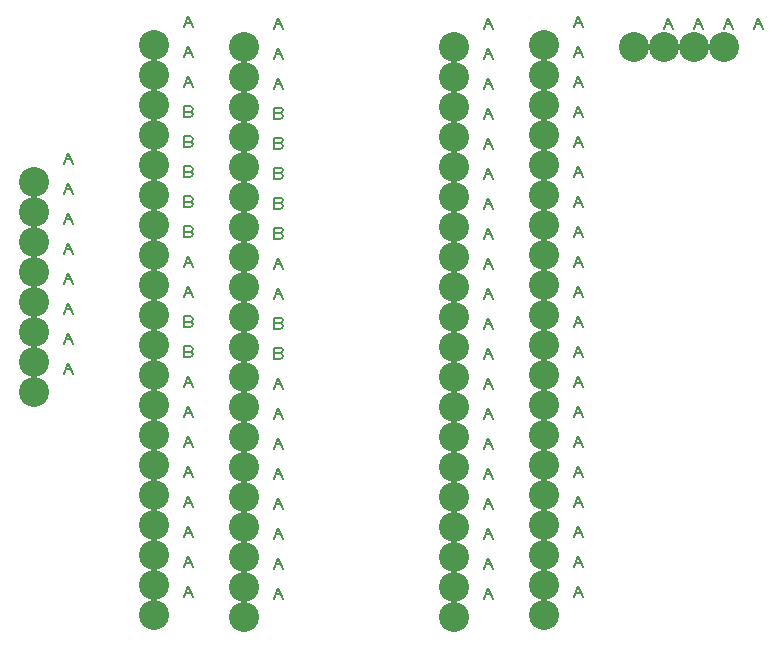
<source format=gbr>
G04 DesignSpark PCB Gerber Version 11.0 Build 5877*
%FSLAX35Y35*%
%MOIN*%
%ADD10C,0.00500*%
%ADD21C,0.10000*%
X0Y0D02*
D02*
D10*
X45250Y111187D02*
X46813Y114937D01*
X48375Y111187D01*
X45875Y112750D02*
X47750D01*
X45250Y121187D02*
X46813Y124937D01*
X48375Y121187D01*
X45875Y122750D02*
X47750D01*
X45250Y131187D02*
X46813Y134937D01*
X48375Y131187D01*
X45875Y132750D02*
X47750D01*
X45250Y141187D02*
X46813Y144937D01*
X48375Y141187D01*
X45875Y142750D02*
X47750D01*
X45250Y151187D02*
X46813Y154937D01*
X48375Y151187D01*
X45875Y152750D02*
X47750D01*
X45250Y161187D02*
X46813Y164937D01*
X48375Y161187D01*
X45875Y162750D02*
X47750D01*
X45250Y171187D02*
X46813Y174937D01*
X48375Y171187D01*
X45875Y172750D02*
X47750D01*
X45250Y181187D02*
X46813Y184937D01*
X48375Y181187D01*
X45875Y182750D02*
X47750D01*
X85250Y36687D02*
X86813Y40437D01*
X88375Y36687D01*
X85875Y38250D02*
X87750D01*
X85250Y46687D02*
X86813Y50437D01*
X88375Y46687D01*
X85875Y48250D02*
X87750D01*
X85250Y56687D02*
X86813Y60437D01*
X88375Y56687D01*
X85875Y58250D02*
X87750D01*
X85250Y66687D02*
X86813Y70437D01*
X88375Y66687D01*
X85875Y68250D02*
X87750D01*
X85250Y76687D02*
X86813Y80437D01*
X88375Y76687D01*
X85875Y78250D02*
X87750D01*
X85250Y86687D02*
X86813Y90437D01*
X88375Y86687D01*
X85875Y88250D02*
X87750D01*
X85250Y96687D02*
X86813Y100437D01*
X88375Y96687D01*
X85875Y98250D02*
X87750D01*
X85250Y106687D02*
X86813Y110437D01*
X88375Y106687D01*
X85875Y108250D02*
X87750D01*
X87437Y118563D02*
X88063Y118250D01*
X88375Y117625D01*
X88063Y117000D01*
X87437Y116687D01*
X85250D01*
Y120437D01*
X87437D01*
X88063Y120125D01*
X88375Y119500D01*
X88063Y118875D01*
X87437Y118563D01*
X85250D01*
X87437Y128563D02*
X88063Y128250D01*
X88375Y127625D01*
X88063Y127000D01*
X87437Y126687D01*
X85250D01*
Y130437D01*
X87437D01*
X88063Y130125D01*
X88375Y129500D01*
X88063Y128875D01*
X87437Y128563D01*
X85250D01*
Y136687D02*
X86813Y140437D01*
X88375Y136687D01*
X85875Y138250D02*
X87750D01*
X85250Y146687D02*
X86813Y150437D01*
X88375Y146687D01*
X85875Y148250D02*
X87750D01*
X87437Y158563D02*
X88063Y158250D01*
X88375Y157625D01*
X88063Y157000D01*
X87437Y156687D01*
X85250D01*
Y160437D01*
X87437D01*
X88063Y160125D01*
X88375Y159500D01*
X88063Y158875D01*
X87437Y158563D01*
X85250D01*
X87437Y168563D02*
X88063Y168250D01*
X88375Y167625D01*
X88063Y167000D01*
X87437Y166687D01*
X85250D01*
Y170437D01*
X87437D01*
X88063Y170125D01*
X88375Y169500D01*
X88063Y168875D01*
X87437Y168563D01*
X85250D01*
X87437Y178563D02*
X88063Y178250D01*
X88375Y177625D01*
X88063Y177000D01*
X87437Y176687D01*
X85250D01*
Y180437D01*
X87437D01*
X88063Y180125D01*
X88375Y179500D01*
X88063Y178875D01*
X87437Y178563D01*
X85250D01*
X87437Y188563D02*
X88063Y188250D01*
X88375Y187625D01*
X88063Y187000D01*
X87437Y186687D01*
X85250D01*
Y190437D01*
X87437D01*
X88063Y190125D01*
X88375Y189500D01*
X88063Y188875D01*
X87437Y188563D01*
X85250D01*
X87437Y198563D02*
X88063Y198250D01*
X88375Y197625D01*
X88063Y197000D01*
X87437Y196687D01*
X85250D01*
Y200437D01*
X87437D01*
X88063Y200125D01*
X88375Y199500D01*
X88063Y198875D01*
X87437Y198563D01*
X85250D01*
Y206687D02*
X86813Y210437D01*
X88375Y206687D01*
X85875Y208250D02*
X87750D01*
X85250Y216687D02*
X86813Y220437D01*
X88375Y216687D01*
X85875Y218250D02*
X87750D01*
X85250Y226687D02*
X86813Y230437D01*
X88375Y226687D01*
X85875Y228250D02*
X87750D01*
X115250Y36187D02*
X116813Y39937D01*
X118375Y36187D01*
X115875Y37750D02*
X117750D01*
X115250Y46187D02*
X116813Y49937D01*
X118375Y46187D01*
X115875Y47750D02*
X117750D01*
X115250Y56187D02*
X116813Y59937D01*
X118375Y56187D01*
X115875Y57750D02*
X117750D01*
X115250Y66187D02*
X116813Y69937D01*
X118375Y66187D01*
X115875Y67750D02*
X117750D01*
X115250Y76187D02*
X116813Y79937D01*
X118375Y76187D01*
X115875Y77750D02*
X117750D01*
X115250Y86187D02*
X116813Y89937D01*
X118375Y86187D01*
X115875Y87750D02*
X117750D01*
X115250Y96187D02*
X116813Y99937D01*
X118375Y96187D01*
X115875Y97750D02*
X117750D01*
X115250Y106187D02*
X116813Y109937D01*
X118375Y106187D01*
X115875Y107750D02*
X117750D01*
X117437Y118063D02*
X118063Y117750D01*
X118375Y117125D01*
X118063Y116500D01*
X117437Y116187D01*
X115250D01*
Y119937D01*
X117437D01*
X118063Y119625D01*
X118375Y119000D01*
X118063Y118375D01*
X117437Y118063D01*
X115250D01*
X117437Y128063D02*
X118063Y127750D01*
X118375Y127125D01*
X118063Y126500D01*
X117437Y126187D01*
X115250D01*
Y129937D01*
X117437D01*
X118063Y129625D01*
X118375Y129000D01*
X118063Y128375D01*
X117437Y128063D01*
X115250D01*
Y136187D02*
X116813Y139937D01*
X118375Y136187D01*
X115875Y137750D02*
X117750D01*
X115250Y146187D02*
X116813Y149937D01*
X118375Y146187D01*
X115875Y147750D02*
X117750D01*
X117437Y158063D02*
X118063Y157750D01*
X118375Y157125D01*
X118063Y156500D01*
X117437Y156187D01*
X115250D01*
Y159937D01*
X117437D01*
X118063Y159625D01*
X118375Y159000D01*
X118063Y158375D01*
X117437Y158063D01*
X115250D01*
X117437Y168063D02*
X118063Y167750D01*
X118375Y167125D01*
X118063Y166500D01*
X117437Y166187D01*
X115250D01*
Y169937D01*
X117437D01*
X118063Y169625D01*
X118375Y169000D01*
X118063Y168375D01*
X117437Y168063D01*
X115250D01*
X117437Y178063D02*
X118063Y177750D01*
X118375Y177125D01*
X118063Y176500D01*
X117437Y176187D01*
X115250D01*
Y179937D01*
X117437D01*
X118063Y179625D01*
X118375Y179000D01*
X118063Y178375D01*
X117437Y178063D01*
X115250D01*
X117437Y188063D02*
X118063Y187750D01*
X118375Y187125D01*
X118063Y186500D01*
X117437Y186187D01*
X115250D01*
Y189937D01*
X117437D01*
X118063Y189625D01*
X118375Y189000D01*
X118063Y188375D01*
X117437Y188063D01*
X115250D01*
X117437Y198063D02*
X118063Y197750D01*
X118375Y197125D01*
X118063Y196500D01*
X117437Y196187D01*
X115250D01*
Y199937D01*
X117437D01*
X118063Y199625D01*
X118375Y199000D01*
X118063Y198375D01*
X117437Y198063D01*
X115250D01*
Y206187D02*
X116813Y209937D01*
X118375Y206187D01*
X115875Y207750D02*
X117750D01*
X115250Y216187D02*
X116813Y219937D01*
X118375Y216187D01*
X115875Y217750D02*
X117750D01*
X115250Y226187D02*
X116813Y229937D01*
X118375Y226187D01*
X115875Y227750D02*
X117750D01*
X185250Y36187D02*
X186813Y39937D01*
X188375Y36187D01*
X185875Y37750D02*
X187750D01*
X185250Y46187D02*
X186813Y49937D01*
X188375Y46187D01*
X185875Y47750D02*
X187750D01*
X185250Y56187D02*
X186813Y59937D01*
X188375Y56187D01*
X185875Y57750D02*
X187750D01*
X185250Y66187D02*
X186813Y69937D01*
X188375Y66187D01*
X185875Y67750D02*
X187750D01*
X185250Y76187D02*
X186813Y79937D01*
X188375Y76187D01*
X185875Y77750D02*
X187750D01*
X185250Y86187D02*
X186813Y89937D01*
X188375Y86187D01*
X185875Y87750D02*
X187750D01*
X185250Y96187D02*
X186813Y99937D01*
X188375Y96187D01*
X185875Y97750D02*
X187750D01*
X185250Y106187D02*
X186813Y109937D01*
X188375Y106187D01*
X185875Y107750D02*
X187750D01*
X185250Y116187D02*
X186813Y119937D01*
X188375Y116187D01*
X185875Y117750D02*
X187750D01*
X185250Y126187D02*
X186813Y129937D01*
X188375Y126187D01*
X185875Y127750D02*
X187750D01*
X185250Y136187D02*
X186813Y139937D01*
X188375Y136187D01*
X185875Y137750D02*
X187750D01*
X185250Y146187D02*
X186813Y149937D01*
X188375Y146187D01*
X185875Y147750D02*
X187750D01*
X185250Y156187D02*
X186813Y159937D01*
X188375Y156187D01*
X185875Y157750D02*
X187750D01*
X185250Y166187D02*
X186813Y169937D01*
X188375Y166187D01*
X185875Y167750D02*
X187750D01*
X185250Y176187D02*
X186813Y179937D01*
X188375Y176187D01*
X185875Y177750D02*
X187750D01*
X185250Y186187D02*
X186813Y189937D01*
X188375Y186187D01*
X185875Y187750D02*
X187750D01*
X185250Y196187D02*
X186813Y199937D01*
X188375Y196187D01*
X185875Y197750D02*
X187750D01*
X185250Y206187D02*
X186813Y209937D01*
X188375Y206187D01*
X185875Y207750D02*
X187750D01*
X185250Y216187D02*
X186813Y219937D01*
X188375Y216187D01*
X185875Y217750D02*
X187750D01*
X185250Y226187D02*
X186813Y229937D01*
X188375Y226187D01*
X185875Y227750D02*
X187750D01*
X215250Y36687D02*
X216813Y40437D01*
X218375Y36687D01*
X215875Y38250D02*
X217750D01*
X215250Y46687D02*
X216813Y50437D01*
X218375Y46687D01*
X215875Y48250D02*
X217750D01*
X215250Y56687D02*
X216813Y60437D01*
X218375Y56687D01*
X215875Y58250D02*
X217750D01*
X215250Y66687D02*
X216813Y70437D01*
X218375Y66687D01*
X215875Y68250D02*
X217750D01*
X215250Y76687D02*
X216813Y80437D01*
X218375Y76687D01*
X215875Y78250D02*
X217750D01*
X215250Y86687D02*
X216813Y90437D01*
X218375Y86687D01*
X215875Y88250D02*
X217750D01*
X215250Y96687D02*
X216813Y100437D01*
X218375Y96687D01*
X215875Y98250D02*
X217750D01*
X215250Y106687D02*
X216813Y110437D01*
X218375Y106687D01*
X215875Y108250D02*
X217750D01*
X215250Y116687D02*
X216813Y120437D01*
X218375Y116687D01*
X215875Y118250D02*
X217750D01*
X215250Y126687D02*
X216813Y130437D01*
X218375Y126687D01*
X215875Y128250D02*
X217750D01*
X215250Y136687D02*
X216813Y140437D01*
X218375Y136687D01*
X215875Y138250D02*
X217750D01*
X215250Y146687D02*
X216813Y150437D01*
X218375Y146687D01*
X215875Y148250D02*
X217750D01*
X215250Y156687D02*
X216813Y160437D01*
X218375Y156687D01*
X215875Y158250D02*
X217750D01*
X215250Y166687D02*
X216813Y170437D01*
X218375Y166687D01*
X215875Y168250D02*
X217750D01*
X215250Y176687D02*
X216813Y180437D01*
X218375Y176687D01*
X215875Y178250D02*
X217750D01*
X215250Y186687D02*
X216813Y190437D01*
X218375Y186687D01*
X215875Y188250D02*
X217750D01*
X215250Y196687D02*
X216813Y200437D01*
X218375Y196687D01*
X215875Y198250D02*
X217750D01*
X215250Y206687D02*
X216813Y210437D01*
X218375Y206687D01*
X215875Y208250D02*
X217750D01*
X215250Y216687D02*
X216813Y220437D01*
X218375Y216687D01*
X215875Y218250D02*
X217750D01*
X215250Y226687D02*
X216813Y230437D01*
X218375Y226687D01*
X215875Y228250D02*
X217750D01*
X245250Y226187D02*
X246813Y229937D01*
X248375Y226187D01*
X245875Y227750D02*
X247750D01*
X255250Y226187D02*
X256813Y229937D01*
X258375Y226187D01*
X255875Y227750D02*
X257750D01*
X265250Y226187D02*
X266813Y229937D01*
X268375Y226187D01*
X265875Y227750D02*
X267750D01*
X275250Y226187D02*
X276813Y229937D01*
X278375Y226187D01*
X275875Y227750D02*
X277750D01*
D02*
D21*
X35250Y105250D03*
Y115250D03*
Y125250D03*
Y135250D03*
Y145250D03*
Y155250D03*
Y165250D03*
Y175250D03*
X75250Y30750D03*
Y40750D03*
Y50750D03*
Y60750D03*
Y70750D03*
Y80750D03*
Y90750D03*
Y100750D03*
Y110750D03*
Y120750D03*
Y130750D03*
Y140750D03*
Y150750D03*
Y160750D03*
Y170750D03*
Y180750D03*
Y190750D03*
Y200750D03*
Y210750D03*
Y220750D03*
X105250Y30250D03*
Y40250D03*
Y50250D03*
Y60250D03*
Y70250D03*
Y80250D03*
Y90250D03*
Y100250D03*
Y110250D03*
Y120250D03*
Y130250D03*
Y140250D03*
Y150250D03*
Y160250D03*
Y170250D03*
Y180250D03*
Y190250D03*
Y200250D03*
Y210250D03*
Y220250D03*
X175250Y30250D03*
Y40250D03*
Y50250D03*
Y60250D03*
Y70250D03*
Y80250D03*
Y90250D03*
Y100250D03*
Y110250D03*
Y120250D03*
Y130250D03*
Y140250D03*
Y150250D03*
Y160250D03*
Y170250D03*
Y180250D03*
Y190250D03*
Y200250D03*
Y210250D03*
Y220250D03*
X205250Y30750D03*
Y40750D03*
Y50750D03*
Y60750D03*
Y70750D03*
Y80750D03*
Y90750D03*
Y100750D03*
Y110750D03*
Y120750D03*
Y130750D03*
Y140750D03*
Y150750D03*
Y160750D03*
Y170750D03*
Y180750D03*
Y190750D03*
Y200750D03*
Y210750D03*
Y220750D03*
X235250Y220250D03*
X245250D03*
X255250D03*
X265250D03*
X0Y0D02*
M02*

</source>
